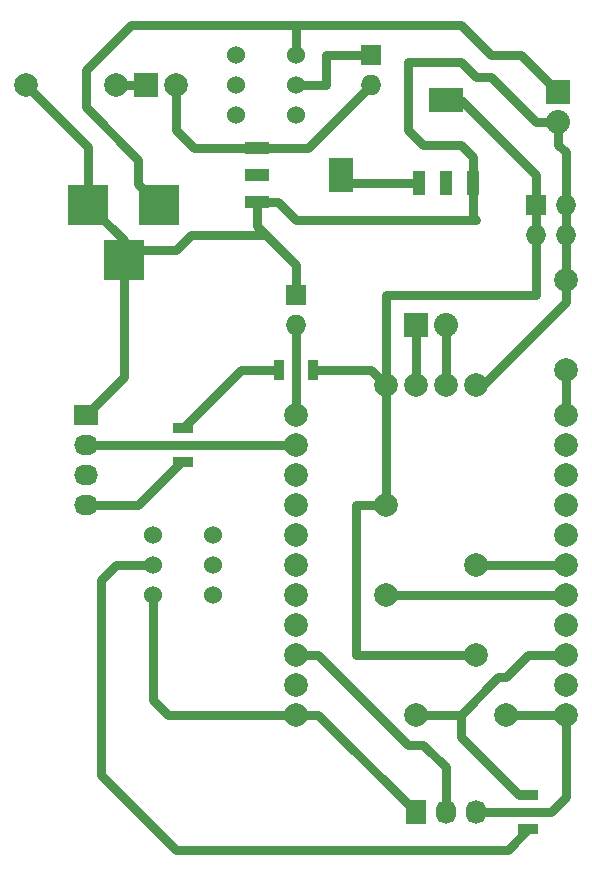
<source format=gbr>
G04 #@! TF.FileFunction,Copper,L1,Top,Signal*
%FSLAX46Y46*%
G04 Gerber Fmt 4.6, Leading zero omitted, Abs format (unit mm)*
G04 Created by KiCad (PCBNEW 4.0.4+dfsg1-stable) date Sat Oct 29 00:28:11 2016*
%MOMM*%
%LPD*%
G01*
G04 APERTURE LIST*
%ADD10C,0.100000*%
%ADD11C,2.000000*%
%ADD12R,2.032000X2.032000*%
%ADD13O,2.032000X2.032000*%
%ADD14C,1.998980*%
%ADD15R,3.500120X3.500120*%
%ADD16R,2.000000X2.000000*%
%ADD17C,1.524000*%
%ADD18R,1.727200X1.727200*%
%ADD19O,1.727200X1.727200*%
%ADD20R,1.727200X2.032000*%
%ADD21O,1.727200X2.032000*%
%ADD22R,2.032000X1.727200*%
%ADD23O,2.032000X1.727200*%
%ADD24R,2.000000X1.000000*%
%ADD25R,2.000000X3.000000*%
%ADD26R,1.000000X2.000000*%
%ADD27R,3.000000X2.000000*%
%ADD28R,1.700000X0.900000*%
%ADD29R,0.900000X1.700000*%
%ADD30C,0.750000*%
G04 APERTURE END LIST*
D10*
D11*
X142240000Y-99060000D03*
X144780000Y-99060000D03*
X147320000Y-99060000D03*
X149860000Y-99060000D03*
X134620000Y-101600000D03*
X134620000Y-104140000D03*
X134620000Y-106680000D03*
X134620000Y-109220000D03*
X134620000Y-111760000D03*
X134620000Y-114300000D03*
X134620000Y-116840000D03*
X134620000Y-119380000D03*
X134620000Y-121920000D03*
X134620000Y-124460000D03*
X134620000Y-127000000D03*
X157480000Y-127000000D03*
X157480000Y-124460000D03*
X157480000Y-121920000D03*
X157480000Y-119380000D03*
X157480000Y-116840000D03*
X157480000Y-114300000D03*
X157480000Y-111760000D03*
X157480000Y-109220000D03*
X157480000Y-106680000D03*
X157480000Y-104140000D03*
X157480000Y-101600000D03*
D12*
X144780000Y-93980000D03*
D13*
X147320000Y-93980000D03*
D14*
X157480000Y-97790000D03*
X157480000Y-90170000D03*
X142240000Y-109220000D03*
X142240000Y-116840000D03*
X149860000Y-114300000D03*
X149860000Y-121920000D03*
D15*
X123040140Y-83820000D03*
X117040660Y-83820000D03*
X120040400Y-88519000D03*
D16*
X121920000Y-73660000D03*
D11*
X124460000Y-73660000D03*
D14*
X144780000Y-127000000D03*
X152400000Y-127000000D03*
D17*
X134620000Y-71120000D03*
X134620000Y-73660000D03*
X134620000Y-76200000D03*
X129540000Y-71120000D03*
X129540000Y-73660000D03*
X129540000Y-76200000D03*
X122555000Y-116840000D03*
X122555000Y-114300000D03*
X122555000Y-111760000D03*
X127635000Y-116840000D03*
X127635000Y-114300000D03*
X127635000Y-111760000D03*
D18*
X140970000Y-71120000D03*
D19*
X140970000Y-73660000D03*
D14*
X111760000Y-73660000D03*
X119380000Y-73660000D03*
D18*
X134620000Y-91440000D03*
D19*
X134620000Y-93980000D03*
D20*
X144780000Y-135255000D03*
D21*
X147320000Y-135255000D03*
X149860000Y-135255000D03*
D18*
X154940000Y-83820000D03*
D19*
X157480000Y-83820000D03*
X154940000Y-86360000D03*
X157480000Y-86360000D03*
D12*
X156845000Y-74295000D03*
D13*
X156845000Y-76835000D03*
D22*
X116840000Y-101600000D03*
D23*
X116840000Y-104140000D03*
X116840000Y-106680000D03*
X116840000Y-109220000D03*
D24*
X131350000Y-83600000D03*
X131350000Y-81280000D03*
D25*
X138430000Y-81280000D03*
D24*
X131350000Y-79000000D03*
D26*
X149640000Y-82010000D03*
X147320000Y-82010000D03*
D27*
X147320000Y-74930000D03*
D26*
X145040000Y-82010000D03*
D28*
X125095000Y-102690000D03*
X125095000Y-105590000D03*
D29*
X133170000Y-97790000D03*
X136070000Y-97790000D03*
D28*
X154305000Y-136705000D03*
X154305000Y-133805000D03*
D30*
X144780000Y-99060000D02*
X144780000Y-93980000D01*
X147320000Y-93980000D02*
X147320000Y-99060000D01*
X134620000Y-101600000D02*
X134620000Y-93980000D01*
X135255000Y-68580000D02*
X120650000Y-68580000D01*
X121285000Y-82064860D02*
X123040140Y-83820000D01*
X121285000Y-80010000D02*
X121285000Y-82064860D01*
X116840000Y-75565000D02*
X121285000Y-80010000D01*
X116840000Y-72390000D02*
X116840000Y-75565000D01*
X120650000Y-68580000D02*
X116840000Y-72390000D01*
X134620000Y-68580000D02*
X135255000Y-68580000D01*
X135255000Y-68580000D02*
X148590000Y-68580000D01*
X148590000Y-68580000D02*
X151130000Y-71120000D01*
X151130000Y-71120000D02*
X153670000Y-71120000D01*
X153670000Y-71120000D02*
X156845000Y-74295000D01*
X134620000Y-71120000D02*
X134620000Y-68580000D01*
X121920000Y-82699860D02*
X123040140Y-83820000D01*
X149860000Y-99060000D02*
X150495000Y-99060000D01*
X150495000Y-99060000D02*
X157480000Y-92075000D01*
X157480000Y-92075000D02*
X157480000Y-90170000D01*
X157480000Y-86360000D02*
X157480000Y-90170000D01*
X120040400Y-88519000D02*
X120040400Y-98399600D01*
X120040400Y-98399600D02*
X116840000Y-101600000D01*
X134620000Y-91440000D02*
X134620000Y-88900000D01*
X134620000Y-88900000D02*
X132080000Y-86360000D01*
X149640000Y-82010000D02*
X149640000Y-79790000D01*
X154940000Y-76835000D02*
X156845000Y-76835000D01*
X151130000Y-73025000D02*
X154940000Y-76835000D01*
X149860000Y-73025000D02*
X151130000Y-73025000D01*
X148590000Y-71755000D02*
X149860000Y-73025000D01*
X144145000Y-71755000D02*
X148590000Y-71755000D01*
X144145000Y-77470000D02*
X144145000Y-71755000D01*
X145415000Y-78740000D02*
X144145000Y-77470000D01*
X148590000Y-78740000D02*
X145415000Y-78740000D01*
X149640000Y-79790000D02*
X148590000Y-78740000D01*
X156845000Y-76835000D02*
X156845000Y-78740000D01*
X156845000Y-78740000D02*
X157480000Y-79375000D01*
X131350000Y-83600000D02*
X133130000Y-83600000D01*
X149640000Y-84870000D02*
X149640000Y-82010000D01*
X149860000Y-85090000D02*
X149640000Y-84870000D01*
X134620000Y-85090000D02*
X149860000Y-85090000D01*
X133130000Y-83600000D02*
X134620000Y-85090000D01*
X131350000Y-83600000D02*
X131350000Y-85630000D01*
X131350000Y-85630000D02*
X132080000Y-86360000D01*
X124460000Y-87630000D02*
X120929400Y-87630000D01*
X125730000Y-86360000D02*
X124460000Y-87630000D01*
X132080000Y-86360000D02*
X125730000Y-86360000D01*
X120929400Y-87630000D02*
X120040400Y-88519000D01*
X117040660Y-83820000D02*
X117040660Y-78940660D01*
X117040660Y-78940660D02*
X111760000Y-73660000D01*
X120040400Y-88519000D02*
X120040400Y-86819740D01*
X120040400Y-86819740D02*
X117040660Y-83820000D01*
X157480000Y-79375000D02*
X157480000Y-83820000D01*
X157480000Y-83820000D02*
X157480000Y-86360000D01*
X131350000Y-79000000D02*
X135630000Y-79000000D01*
X135630000Y-79000000D02*
X140970000Y-73660000D01*
X124460000Y-73660000D02*
X124460000Y-77470000D01*
X125990000Y-79000000D02*
X131350000Y-79000000D01*
X124460000Y-77470000D02*
X125990000Y-79000000D01*
X119380000Y-73660000D02*
X121920000Y-73660000D01*
X140970000Y-71120000D02*
X137160000Y-71120000D01*
X137160000Y-73660000D02*
X134620000Y-73660000D01*
X137160000Y-71120000D02*
X137160000Y-73660000D01*
X145040000Y-82010000D02*
X139160000Y-82010000D01*
X139160000Y-82010000D02*
X138430000Y-81280000D01*
X147320000Y-135255000D02*
X147320000Y-131445000D01*
X136525000Y-121920000D02*
X134620000Y-121920000D01*
X144145000Y-129540000D02*
X136525000Y-121920000D01*
X145415000Y-129540000D02*
X144145000Y-129540000D01*
X147320000Y-131445000D02*
X145415000Y-129540000D01*
X157480000Y-97790000D02*
X157480000Y-101600000D01*
X157480000Y-116840000D02*
X142240000Y-116840000D01*
X149860000Y-114300000D02*
X157480000Y-114300000D01*
X116840000Y-104140000D02*
X134620000Y-104140000D01*
X134620000Y-127000000D02*
X136525000Y-127000000D01*
X136525000Y-127000000D02*
X144780000Y-135255000D01*
X122555000Y-116840000D02*
X122555000Y-125730000D01*
X123825000Y-127000000D02*
X134620000Y-127000000D01*
X122555000Y-125730000D02*
X123825000Y-127000000D01*
X125095000Y-105590000D02*
X124915000Y-105590000D01*
X124915000Y-105590000D02*
X121285000Y-109220000D01*
X121285000Y-109220000D02*
X116840000Y-109220000D01*
X157480000Y-127000000D02*
X157480000Y-133985000D01*
X156210000Y-135255000D02*
X149860000Y-135255000D01*
X157480000Y-133985000D02*
X156210000Y-135255000D01*
X152400000Y-127000000D02*
X157480000Y-127000000D01*
X136070000Y-97790000D02*
X140970000Y-97790000D01*
X140970000Y-97790000D02*
X142240000Y-99060000D01*
X154940000Y-81280000D02*
X154940000Y-83820000D01*
X154940000Y-83820000D02*
X154940000Y-86360000D01*
X154940000Y-88900000D02*
X154940000Y-91440000D01*
X154940000Y-86360000D02*
X154940000Y-88900000D01*
X142240000Y-91440000D02*
X154940000Y-91440000D01*
X147320000Y-74930000D02*
X148590000Y-74930000D01*
X148590000Y-74930000D02*
X154940000Y-81280000D01*
X142240000Y-99060000D02*
X142240000Y-91440000D01*
X142240000Y-109220000D02*
X142240000Y-99060000D01*
X149860000Y-121920000D02*
X139700000Y-121920000D01*
X139700000Y-109220000D02*
X142240000Y-109220000D01*
X139700000Y-121920000D02*
X139700000Y-109220000D01*
X133170000Y-97790000D02*
X129995000Y-97790000D01*
X129995000Y-97790000D02*
X125095000Y-102690000D01*
X122555000Y-114300000D02*
X119380000Y-114300000D01*
X152580000Y-138430000D02*
X154305000Y-136705000D01*
X124460000Y-138430000D02*
X152580000Y-138430000D01*
X118110000Y-132080000D02*
X124460000Y-138430000D01*
X118110000Y-115570000D02*
X118110000Y-132080000D01*
X119380000Y-114300000D02*
X118110000Y-115570000D01*
X148590000Y-127000000D02*
X148590000Y-128905000D01*
X148590000Y-128905000D02*
X153490000Y-133805000D01*
X153490000Y-133805000D02*
X154305000Y-133805000D01*
X157480000Y-121920000D02*
X154305000Y-121920000D01*
X148590000Y-127000000D02*
X144780000Y-127000000D01*
X151765000Y-123825000D02*
X148590000Y-127000000D01*
X152400000Y-123825000D02*
X151765000Y-123825000D01*
X154305000Y-121920000D02*
X152400000Y-123825000D01*
M02*

</source>
